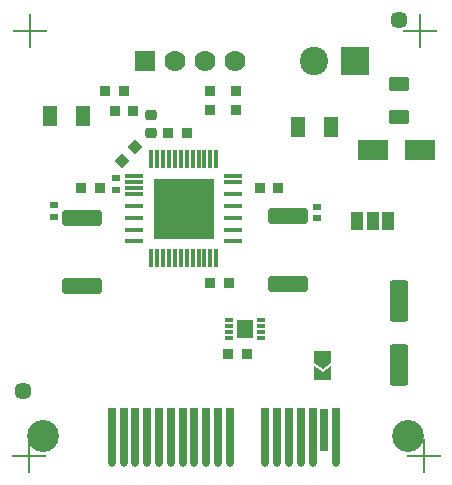
<source format=gts>
G04 #@! TF.GenerationSoftware,KiCad,Pcbnew,(5.99.0-8491-gb8dfcb34c4)*
G04 #@! TF.CreationDate,2021-01-19T19:49:40+01:00*
G04 #@! TF.ProjectId,TMC2130_Driver,544d4332-3133-4305-9f44-72697665722e,rev?*
G04 #@! TF.SameCoordinates,PX67f3540PY6cb8080*
G04 #@! TF.FileFunction,Soldermask,Top*
G04 #@! TF.FilePolarity,Negative*
%FSLAX46Y46*%
G04 Gerber Fmt 4.6, Leading zero omitted, Abs format (unit mm)*
G04 Created by KiCad (PCBNEW (5.99.0-8491-gb8dfcb34c4)) date 2021-01-19 19:49:40*
%MOMM*%
%LPD*%
G01*
G04 APERTURE LIST*
G04 Aperture macros list*
%AMRoundRect*
0 Rectangle with rounded corners*
0 $1 Rounding radius*
0 $2 $3 $4 $5 $6 $7 $8 $9 X,Y pos of 4 corners*
0 Add a 4 corners polygon primitive as box body*
4,1,4,$2,$3,$4,$5,$6,$7,$8,$9,$2,$3,0*
0 Add four circle primitives for the rounded corners*
1,1,$1+$1,$2,$3*
1,1,$1+$1,$4,$5*
1,1,$1+$1,$6,$7*
1,1,$1+$1,$8,$9*
0 Add four rect primitives between the rounded corners*
20,1,$1+$1,$2,$3,$4,$5,0*
20,1,$1+$1,$4,$5,$6,$7,0*
20,1,$1+$1,$6,$7,$8,$9,0*
20,1,$1+$1,$8,$9,$2,$3,0*%
%AMRotRect*
0 Rectangle, with rotation*
0 The origin of the aperture is its center*
0 $1 length*
0 $2 width*
0 $3 Rotation angle, in degrees counterclockwise*
0 Add horizontal line*
21,1,$1,$2,0,0,$3*%
G04 Aperture macros list end*
%ADD10C,1.448000*%
%ADD11R,0.875000X0.950000*%
%ADD12RotRect,0.875000X0.950000X225.000000*%
%ADD13R,1.250000X1.750000*%
%ADD14R,0.127000X3.000000*%
%ADD15R,3.000000X0.127000*%
%ADD16C,2.700000*%
%ADD17C,0.650000*%
%ADD18R,0.650000X4.600000*%
%ADD19R,0.650000X3.600000*%
%ADD20R,1.778000X1.778000*%
%ADD21C,1.778000*%
%ADD22RoundRect,0.250000X-1.425000X0.425000X-1.425000X-0.425000X1.425000X-0.425000X1.425000X0.425000X0*%
%ADD23R,0.950000X0.875000*%
%ADD24R,0.680000X0.300000*%
%ADD25R,1.450000X1.560000*%
%ADD26RoundRect,0.250000X-0.550000X1.500000X-0.550000X-1.500000X0.550000X-1.500000X0.550000X1.500000X0*%
%ADD27RoundRect,0.218750X0.256250X-0.218750X0.256250X0.218750X-0.256250X0.218750X-0.256250X-0.218750X0*%
%ADD28R,0.640000X0.590000*%
%ADD29R,2.400000X2.400000*%
%ADD30C,2.400000*%
%ADD31R,1.000000X1.500000*%
%ADD32R,0.300000X1.500000*%
%ADD33R,1.500000X0.300000*%
%ADD34R,5.100000X5.100000*%
%ADD35R,2.500000X1.800000*%
%ADD36RoundRect,0.250000X-0.625000X0.375000X-0.625000X-0.375000X0.625000X-0.375000X0.625000X0.375000X0*%
G04 APERTURE END LIST*
D10*
X32960000Y38460000D03*
X1110000Y7080000D03*
D11*
X16962500Y16250000D03*
X18537500Y16250000D03*
D12*
X10606847Y27706847D03*
X9493153Y26593153D03*
D13*
X6200000Y30400000D03*
X3400000Y30400000D03*
D14*
X1744000Y37546000D03*
D15*
X1744000Y37546000D03*
D14*
X35100000Y1600000D03*
D15*
X35100000Y1600000D03*
D14*
X34764000Y37546000D03*
D15*
X34764000Y37546000D03*
D14*
X1600000Y1600000D03*
D15*
X1600000Y1600000D03*
D16*
X2800000Y3256000D03*
X33750000Y3256000D03*
D17*
X27652800Y1014800D03*
X14652800Y1014800D03*
X17652800Y1014800D03*
X18652800Y1014800D03*
X11652800Y1014800D03*
X10652800Y1014800D03*
X15652800Y1014800D03*
X16652800Y1014800D03*
X23652800Y1014800D03*
X25652800Y1014800D03*
X22652800Y1014800D03*
X13652800Y1014800D03*
X24652800Y1014800D03*
X9652800Y1014800D03*
X12652800Y1014800D03*
X21652800Y1014800D03*
X8652800Y1014800D03*
D18*
X8652800Y3314800D03*
X9652800Y3314800D03*
X10652800Y3314800D03*
X11652800Y3314800D03*
X12652800Y3314800D03*
X13652800Y3314800D03*
X14652800Y3314800D03*
X15652800Y3314800D03*
X16652800Y3314800D03*
X17652800Y3314800D03*
X18652800Y3314800D03*
X21652800Y3314800D03*
X22652800Y3314800D03*
X23652800Y3314800D03*
X24652800Y3314800D03*
X25652800Y3314800D03*
D19*
X26652800Y3814800D03*
D18*
X27652800Y3314800D03*
D20*
X11440000Y35000000D03*
D21*
X13980000Y35000000D03*
X16520000Y35000000D03*
X19060000Y35000000D03*
D11*
X8112500Y32500000D03*
X9687500Y32500000D03*
D22*
X23540000Y21910000D03*
X23540000Y16110000D03*
X6170000Y21740000D03*
X6170000Y15940000D03*
D23*
X19200000Y30912500D03*
X19200000Y32487500D03*
D24*
X21260000Y11600000D03*
X21260000Y12100000D03*
X21260000Y12600000D03*
X21260000Y13100000D03*
X18540000Y13100000D03*
X18540000Y12600000D03*
X18540000Y12100000D03*
X18540000Y11600000D03*
D25*
X19900000Y12350000D03*
D11*
X18512500Y10250000D03*
X20087500Y10250000D03*
D26*
X33000000Y14700000D03*
X33000000Y9300000D03*
D13*
X24400000Y29400000D03*
X27200000Y29400000D03*
D11*
X14987500Y28950000D03*
X13412500Y28950000D03*
D27*
X11950000Y28912500D03*
X11950000Y30487500D03*
D28*
X9000000Y24115000D03*
X9000000Y25085000D03*
X26010000Y21715000D03*
X26010000Y22685000D03*
D11*
X8912500Y30800000D03*
X10487500Y30800000D03*
D28*
X3720000Y21830000D03*
X3720000Y22800000D03*
D29*
X29250000Y35000000D03*
D30*
X25750000Y35000000D03*
D31*
X29450000Y21500000D03*
X30750000Y21500000D03*
X32050000Y21500000D03*
G36*
X26500000Y8975000D02*
G01*
X25750000Y9475000D01*
X25750000Y10475000D01*
X27250000Y10475000D01*
X27250000Y9475000D01*
X26500000Y8975000D01*
G37*
G36*
X25750000Y8025000D02*
G01*
X25750000Y9175000D01*
X26500000Y8675000D01*
X27250000Y9175000D01*
X27250000Y8025000D01*
X25750000Y8025000D01*
G37*
D32*
X12000000Y18300000D03*
X12500000Y18300000D03*
X13000000Y18300000D03*
X13500000Y18300000D03*
X14000000Y18300000D03*
X14500000Y18300000D03*
X15000000Y18300000D03*
X15500000Y18300000D03*
X16000000Y18300000D03*
X16500000Y18300000D03*
X17000000Y18300000D03*
X17500000Y18300000D03*
D33*
X18950000Y19750000D03*
X18950000Y20750000D03*
X18950000Y21750000D03*
X18950000Y22750000D03*
X18950000Y23750000D03*
X18950000Y24750000D03*
X18950000Y25250000D03*
D32*
X17500000Y26700000D03*
X17000000Y26700000D03*
X16500000Y26700000D03*
X16000000Y26700000D03*
X15500000Y26700000D03*
X15000000Y26700000D03*
X14500000Y26700000D03*
X14000000Y26700000D03*
X13500000Y26700000D03*
X13000000Y26700000D03*
X12500000Y26700000D03*
X12000000Y26700000D03*
D33*
X10550000Y25250000D03*
X10550000Y24750000D03*
X10550000Y24250000D03*
X10550000Y23750000D03*
X10550000Y22750000D03*
X10550000Y21750000D03*
X10550000Y20750000D03*
X10550000Y19750000D03*
D34*
X14750000Y22500000D03*
D23*
X17000000Y30912500D03*
X17000000Y32487500D03*
D35*
X34750000Y27500000D03*
X30750000Y27500000D03*
D36*
X32950000Y33050000D03*
X32950000Y30250000D03*
D11*
X7617500Y24290000D03*
X6042500Y24290000D03*
X21182500Y24310000D03*
X22757500Y24310000D03*
M02*

</source>
